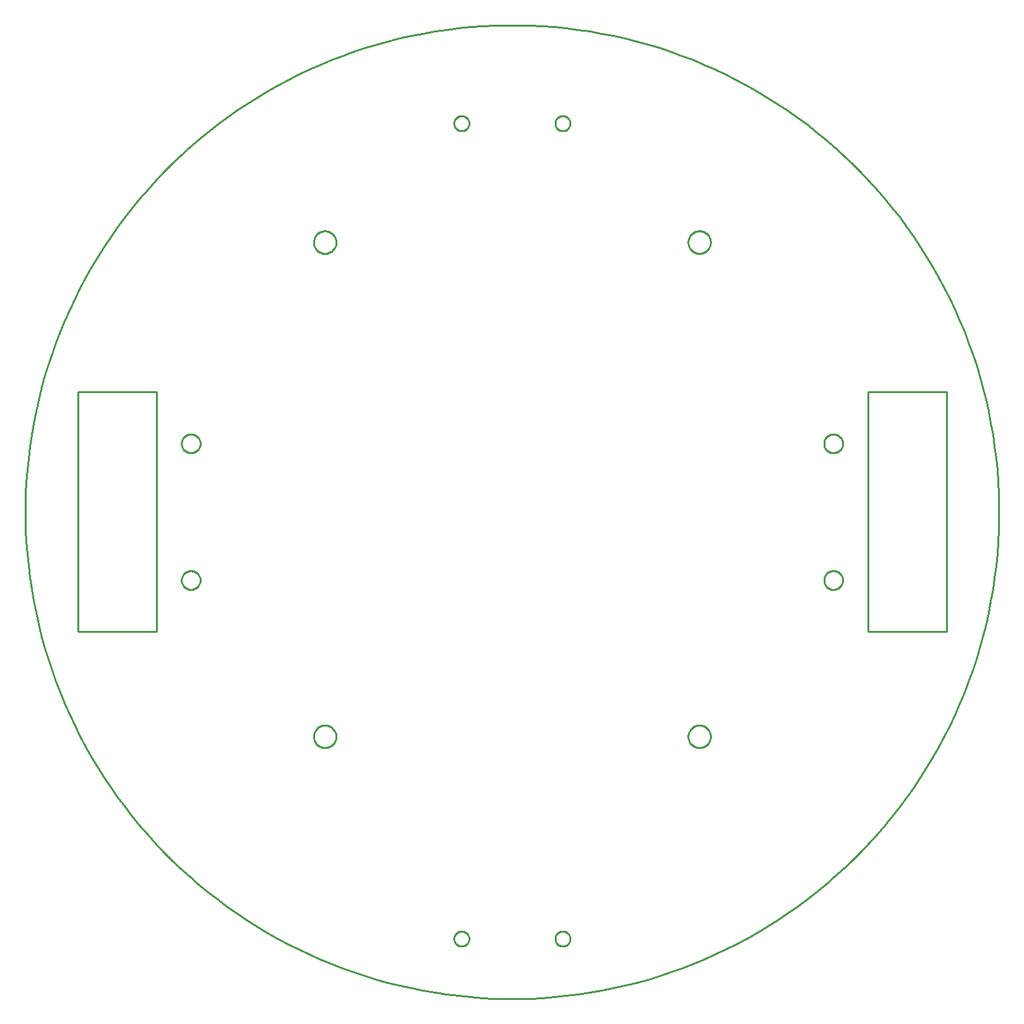
<source format=gbr>
G04 EAGLE Gerber RS-274X export*
G75*
%MOMM*%
%FSLAX34Y34*%
%LPD*%
%IN*%
%IPPOS*%
%AMOC8*
5,1,8,0,0,1.08239X$1,22.5*%
G01*
%ADD10C,0.254000*%


D10*
X650000Y-7977D02*
X650000Y7977D01*
X649608Y23927D01*
X648826Y39861D01*
X647652Y55772D01*
X646088Y71650D01*
X644135Y87484D01*
X641794Y103266D01*
X639067Y118985D01*
X635954Y134633D01*
X632459Y150199D01*
X628582Y165675D01*
X624327Y181051D01*
X619696Y196319D01*
X614691Y211468D01*
X609316Y226489D01*
X603574Y241374D01*
X597469Y256114D01*
X591004Y270700D01*
X584182Y285122D01*
X577009Y299373D01*
X569488Y313443D01*
X561625Y327325D01*
X553423Y341009D01*
X544887Y354488D01*
X536023Y367753D01*
X526837Y380797D01*
X517333Y393612D01*
X507517Y406189D01*
X497396Y418522D01*
X486975Y430603D01*
X476261Y442424D01*
X465260Y453979D01*
X453979Y465260D01*
X442424Y476261D01*
X430603Y486975D01*
X418522Y497396D01*
X406189Y507517D01*
X393612Y517333D01*
X380797Y526837D01*
X367753Y536023D01*
X354488Y544887D01*
X341009Y553423D01*
X327325Y561625D01*
X313443Y569488D01*
X299373Y577009D01*
X285122Y584182D01*
X270700Y591004D01*
X256114Y597469D01*
X241374Y603574D01*
X226489Y609316D01*
X211468Y614691D01*
X196319Y619696D01*
X181051Y624327D01*
X165675Y628582D01*
X150199Y632459D01*
X134633Y635954D01*
X118985Y639067D01*
X103266Y641794D01*
X87484Y644135D01*
X71650Y646088D01*
X55772Y647652D01*
X39861Y648826D01*
X23927Y649608D01*
X7977Y650000D01*
X-7977Y650000D01*
X-23927Y649608D01*
X-39861Y648826D01*
X-55772Y647652D01*
X-71650Y646088D01*
X-87484Y644135D01*
X-103266Y641794D01*
X-118985Y639067D01*
X-134633Y635954D01*
X-150199Y632459D01*
X-165675Y628582D01*
X-181051Y624327D01*
X-196319Y619696D01*
X-211468Y614691D01*
X-226489Y609316D01*
X-241374Y603574D01*
X-256114Y597469D01*
X-270700Y591004D01*
X-285122Y584182D01*
X-299373Y577009D01*
X-313443Y569488D01*
X-327325Y561625D01*
X-341009Y553423D01*
X-354488Y544887D01*
X-367753Y536023D01*
X-380797Y526837D01*
X-393612Y517333D01*
X-406189Y507517D01*
X-418522Y497396D01*
X-430603Y486975D01*
X-442424Y476261D01*
X-453979Y465260D01*
X-465260Y453979D01*
X-476261Y442424D01*
X-486975Y430603D01*
X-497396Y418522D01*
X-507517Y406189D01*
X-517333Y393612D01*
X-526837Y380797D01*
X-536023Y367753D01*
X-544887Y354488D01*
X-553423Y341009D01*
X-561625Y327325D01*
X-569488Y313443D01*
X-577009Y299373D01*
X-584182Y285122D01*
X-591004Y270700D01*
X-597469Y256114D01*
X-603574Y241374D01*
X-609316Y226489D01*
X-614691Y211468D01*
X-619696Y196319D01*
X-624327Y181051D01*
X-628582Y165675D01*
X-632459Y150199D01*
X-635954Y134633D01*
X-639067Y118985D01*
X-641794Y103266D01*
X-644135Y87484D01*
X-646088Y71650D01*
X-647652Y55772D01*
X-648826Y39861D01*
X-649608Y23927D01*
X-650000Y7977D01*
X-650000Y-7977D01*
X-649608Y-23927D01*
X-648826Y-39861D01*
X-647652Y-55772D01*
X-646088Y-71650D01*
X-644135Y-87484D01*
X-641794Y-103266D01*
X-639067Y-118985D01*
X-635954Y-134633D01*
X-632459Y-150199D01*
X-628582Y-165675D01*
X-624327Y-181051D01*
X-619696Y-196319D01*
X-614691Y-211468D01*
X-609316Y-226489D01*
X-603574Y-241374D01*
X-597469Y-256114D01*
X-591004Y-270700D01*
X-584182Y-285122D01*
X-577009Y-299373D01*
X-569488Y-313443D01*
X-561625Y-327325D01*
X-553423Y-341009D01*
X-544887Y-354488D01*
X-536023Y-367753D01*
X-526837Y-380797D01*
X-517333Y-393612D01*
X-507517Y-406189D01*
X-497396Y-418522D01*
X-486975Y-430603D01*
X-476261Y-442424D01*
X-465260Y-453979D01*
X-453979Y-465260D01*
X-442424Y-476261D01*
X-430603Y-486975D01*
X-418522Y-497396D01*
X-406189Y-507517D01*
X-393612Y-517333D01*
X-380797Y-526837D01*
X-367753Y-536023D01*
X-354488Y-544887D01*
X-341009Y-553423D01*
X-327325Y-561625D01*
X-313443Y-569488D01*
X-299373Y-577009D01*
X-285122Y-584182D01*
X-270700Y-591004D01*
X-256114Y-597469D01*
X-241374Y-603574D01*
X-226489Y-609316D01*
X-211468Y-614691D01*
X-196319Y-619696D01*
X-181051Y-624327D01*
X-165675Y-628582D01*
X-150199Y-632459D01*
X-134633Y-635954D01*
X-118985Y-639067D01*
X-103266Y-641794D01*
X-87484Y-644135D01*
X-71650Y-646088D01*
X-55772Y-647652D01*
X-39861Y-648826D01*
X-23927Y-649608D01*
X-7977Y-650000D01*
X7977Y-650000D01*
X23927Y-649608D01*
X39861Y-648826D01*
X55772Y-647652D01*
X71650Y-646088D01*
X87484Y-644135D01*
X103266Y-641794D01*
X118985Y-639067D01*
X134633Y-635954D01*
X150199Y-632459D01*
X165675Y-628582D01*
X181051Y-624327D01*
X196319Y-619696D01*
X211468Y-614691D01*
X226489Y-609316D01*
X241374Y-603574D01*
X256114Y-597469D01*
X270700Y-591004D01*
X285122Y-584182D01*
X299373Y-577009D01*
X313443Y-569488D01*
X327325Y-561625D01*
X341009Y-553423D01*
X354488Y-544887D01*
X367753Y-536023D01*
X380797Y-526837D01*
X393612Y-517333D01*
X406189Y-507517D01*
X418522Y-497396D01*
X430603Y-486975D01*
X442424Y-476261D01*
X453979Y-465260D01*
X465260Y-453979D01*
X476261Y-442424D01*
X486975Y-430603D01*
X497396Y-418522D01*
X507517Y-406189D01*
X517333Y-393612D01*
X526837Y-380797D01*
X536023Y-367753D01*
X544887Y-354488D01*
X553423Y-341009D01*
X561625Y-327325D01*
X569488Y-313443D01*
X577009Y-299373D01*
X584182Y-285122D01*
X591004Y-270700D01*
X597469Y-256114D01*
X603574Y-241374D01*
X609316Y-226489D01*
X614691Y-211468D01*
X619696Y-196319D01*
X624327Y-181051D01*
X628582Y-165675D01*
X632459Y-150199D01*
X635954Y-134633D01*
X639067Y-118985D01*
X641794Y-103266D01*
X644135Y-87484D01*
X646088Y-71650D01*
X647652Y-55772D01*
X648826Y-39861D01*
X649608Y-23927D01*
X650000Y-7977D01*
X474980Y-160000D02*
X580000Y-160000D01*
X580000Y160000D01*
X474980Y160000D01*
X474980Y-160000D01*
X-580000Y-160000D02*
X-474980Y-160000D01*
X-474980Y160000D01*
X-580000Y160000D01*
X-580000Y-160000D01*
X-57500Y-570437D02*
X-57576Y-571307D01*
X-57728Y-572166D01*
X-57954Y-573010D01*
X-58252Y-573830D01*
X-58621Y-574622D01*
X-59058Y-575378D01*
X-59559Y-576093D01*
X-60120Y-576762D01*
X-60738Y-577380D01*
X-61407Y-577941D01*
X-62122Y-578442D01*
X-62878Y-578879D01*
X-63670Y-579248D01*
X-64490Y-579546D01*
X-65334Y-579772D01*
X-66194Y-579924D01*
X-67063Y-580000D01*
X-67937Y-580000D01*
X-68807Y-579924D01*
X-69666Y-579772D01*
X-70510Y-579546D01*
X-71330Y-579248D01*
X-72122Y-578879D01*
X-72878Y-578442D01*
X-73593Y-577941D01*
X-74262Y-577380D01*
X-74880Y-576762D01*
X-75441Y-576093D01*
X-75942Y-575378D01*
X-76379Y-574622D01*
X-76748Y-573830D01*
X-77046Y-573010D01*
X-77272Y-572166D01*
X-77424Y-571307D01*
X-77500Y-570437D01*
X-77500Y-569563D01*
X-77424Y-568694D01*
X-77272Y-567834D01*
X-77046Y-566990D01*
X-76748Y-566170D01*
X-76379Y-565378D01*
X-75942Y-564622D01*
X-75441Y-563907D01*
X-74880Y-563238D01*
X-74262Y-562620D01*
X-73593Y-562059D01*
X-72878Y-561558D01*
X-72122Y-561121D01*
X-71330Y-560752D01*
X-70510Y-560454D01*
X-69666Y-560228D01*
X-68807Y-560076D01*
X-67937Y-560000D01*
X-67063Y-560000D01*
X-66194Y-560076D01*
X-65334Y-560228D01*
X-64490Y-560454D01*
X-63670Y-560752D01*
X-62878Y-561121D01*
X-62122Y-561558D01*
X-61407Y-562059D01*
X-60738Y-562620D01*
X-60120Y-563238D01*
X-59559Y-563907D01*
X-59058Y-564622D01*
X-58621Y-565378D01*
X-58252Y-566170D01*
X-57954Y-566990D01*
X-57728Y-567834D01*
X-57576Y-568694D01*
X-57500Y-569563D01*
X-57500Y-570437D01*
X77500Y-570437D02*
X77424Y-571307D01*
X77272Y-572166D01*
X77046Y-573010D01*
X76748Y-573830D01*
X76379Y-574622D01*
X75942Y-575378D01*
X75441Y-576093D01*
X74880Y-576762D01*
X74262Y-577380D01*
X73593Y-577941D01*
X72878Y-578442D01*
X72122Y-578879D01*
X71330Y-579248D01*
X70510Y-579546D01*
X69666Y-579772D01*
X68807Y-579924D01*
X67937Y-580000D01*
X67063Y-580000D01*
X66194Y-579924D01*
X65334Y-579772D01*
X64490Y-579546D01*
X63670Y-579248D01*
X62878Y-578879D01*
X62122Y-578442D01*
X61407Y-577941D01*
X60738Y-577380D01*
X60120Y-576762D01*
X59559Y-576093D01*
X59058Y-575378D01*
X58621Y-574622D01*
X58252Y-573830D01*
X57954Y-573010D01*
X57728Y-572166D01*
X57576Y-571307D01*
X57500Y-570437D01*
X57500Y-569563D01*
X57576Y-568694D01*
X57728Y-567834D01*
X57954Y-566990D01*
X58252Y-566170D01*
X58621Y-565378D01*
X59058Y-564622D01*
X59559Y-563907D01*
X60120Y-563238D01*
X60738Y-562620D01*
X61407Y-562059D01*
X62122Y-561558D01*
X62878Y-561121D01*
X63670Y-560752D01*
X64490Y-560454D01*
X65334Y-560228D01*
X66194Y-560076D01*
X67063Y-560000D01*
X67937Y-560000D01*
X68807Y-560076D01*
X69666Y-560228D01*
X70510Y-560454D01*
X71330Y-560752D01*
X72122Y-561121D01*
X72878Y-561558D01*
X73593Y-562059D01*
X74262Y-562620D01*
X74880Y-563238D01*
X75441Y-563907D01*
X75942Y-564622D01*
X76379Y-565378D01*
X76748Y-566170D01*
X77046Y-566990D01*
X77272Y-567834D01*
X77424Y-568694D01*
X77500Y-569563D01*
X77500Y-570437D01*
X-57500Y518263D02*
X-57576Y517394D01*
X-57728Y516534D01*
X-57954Y515690D01*
X-58252Y514870D01*
X-58621Y514078D01*
X-59058Y513322D01*
X-59559Y512607D01*
X-60120Y511938D01*
X-60738Y511320D01*
X-61407Y510759D01*
X-62122Y510258D01*
X-62878Y509821D01*
X-63670Y509452D01*
X-64490Y509154D01*
X-65334Y508928D01*
X-66194Y508776D01*
X-67063Y508700D01*
X-67937Y508700D01*
X-68807Y508776D01*
X-69666Y508928D01*
X-70510Y509154D01*
X-71330Y509452D01*
X-72122Y509821D01*
X-72878Y510258D01*
X-73593Y510759D01*
X-74262Y511320D01*
X-74880Y511938D01*
X-75441Y512607D01*
X-75942Y513322D01*
X-76379Y514078D01*
X-76748Y514870D01*
X-77046Y515690D01*
X-77272Y516534D01*
X-77424Y517394D01*
X-77500Y518263D01*
X-77500Y519137D01*
X-77424Y520007D01*
X-77272Y520866D01*
X-77046Y521710D01*
X-76748Y522530D01*
X-76379Y523322D01*
X-75942Y524078D01*
X-75441Y524793D01*
X-74880Y525462D01*
X-74262Y526080D01*
X-73593Y526641D01*
X-72878Y527142D01*
X-72122Y527579D01*
X-71330Y527948D01*
X-70510Y528246D01*
X-69666Y528472D01*
X-68807Y528624D01*
X-67937Y528700D01*
X-67063Y528700D01*
X-66194Y528624D01*
X-65334Y528472D01*
X-64490Y528246D01*
X-63670Y527948D01*
X-62878Y527579D01*
X-62122Y527142D01*
X-61407Y526641D01*
X-60738Y526080D01*
X-60120Y525462D01*
X-59559Y524793D01*
X-59058Y524078D01*
X-58621Y523322D01*
X-58252Y522530D01*
X-57954Y521710D01*
X-57728Y520866D01*
X-57576Y520007D01*
X-57500Y519137D01*
X-57500Y518263D01*
X77500Y518263D02*
X77424Y517394D01*
X77272Y516534D01*
X77046Y515690D01*
X76748Y514870D01*
X76379Y514078D01*
X75942Y513322D01*
X75441Y512607D01*
X74880Y511938D01*
X74262Y511320D01*
X73593Y510759D01*
X72878Y510258D01*
X72122Y509821D01*
X71330Y509452D01*
X70510Y509154D01*
X69666Y508928D01*
X68807Y508776D01*
X67937Y508700D01*
X67063Y508700D01*
X66194Y508776D01*
X65334Y508928D01*
X64490Y509154D01*
X63670Y509452D01*
X62878Y509821D01*
X62122Y510258D01*
X61407Y510759D01*
X60738Y511320D01*
X60120Y511938D01*
X59559Y512607D01*
X59058Y513322D01*
X58621Y514078D01*
X58252Y514870D01*
X57954Y515690D01*
X57728Y516534D01*
X57576Y517394D01*
X57500Y518263D01*
X57500Y519137D01*
X57576Y520007D01*
X57728Y520866D01*
X57954Y521710D01*
X58252Y522530D01*
X58621Y523322D01*
X59058Y524078D01*
X59559Y524793D01*
X60120Y525462D01*
X60738Y526080D01*
X61407Y526641D01*
X62122Y527142D01*
X62878Y527579D01*
X63670Y527948D01*
X64490Y528246D01*
X65334Y528472D01*
X66194Y528624D01*
X67063Y528700D01*
X67937Y528700D01*
X68807Y528624D01*
X69666Y528472D01*
X70510Y528246D01*
X71330Y527948D01*
X72122Y527579D01*
X72878Y527142D01*
X73593Y526641D01*
X74262Y526080D01*
X74880Y525462D01*
X75441Y524793D01*
X75942Y524078D01*
X76379Y523322D01*
X76748Y522530D01*
X77046Y521710D01*
X77272Y520866D01*
X77424Y520007D01*
X77500Y519137D01*
X77500Y518263D01*
X-416460Y90749D02*
X-416537Y89770D01*
X-416691Y88800D01*
X-416920Y87844D01*
X-417224Y86910D01*
X-417599Y86003D01*
X-418045Y85128D01*
X-418559Y84290D01*
X-419136Y83495D01*
X-419774Y82748D01*
X-420468Y82054D01*
X-421215Y81416D01*
X-422010Y80839D01*
X-422848Y80325D01*
X-423723Y79879D01*
X-424630Y79504D01*
X-425564Y79200D01*
X-426520Y78971D01*
X-427490Y78817D01*
X-428469Y78740D01*
X-429451Y78740D01*
X-430430Y78817D01*
X-431401Y78971D01*
X-432356Y79200D01*
X-433290Y79504D01*
X-434197Y79879D01*
X-435072Y80325D01*
X-435910Y80839D01*
X-436705Y81416D01*
X-437452Y82054D01*
X-438146Y82748D01*
X-438784Y83495D01*
X-439361Y84290D01*
X-439875Y85128D01*
X-440321Y86003D01*
X-440696Y86910D01*
X-441000Y87844D01*
X-441229Y88800D01*
X-441383Y89770D01*
X-441460Y90749D01*
X-441460Y91731D01*
X-441383Y92710D01*
X-441229Y93681D01*
X-441000Y94636D01*
X-440696Y95570D01*
X-440321Y96477D01*
X-439875Y97352D01*
X-439361Y98190D01*
X-438784Y98985D01*
X-438146Y99732D01*
X-437452Y100426D01*
X-436705Y101064D01*
X-435910Y101641D01*
X-435072Y102155D01*
X-434197Y102601D01*
X-433290Y102976D01*
X-432356Y103280D01*
X-431401Y103509D01*
X-430430Y103663D01*
X-429451Y103740D01*
X-428469Y103740D01*
X-427490Y103663D01*
X-426520Y103509D01*
X-425564Y103280D01*
X-424630Y102976D01*
X-423723Y102601D01*
X-422848Y102155D01*
X-422010Y101641D01*
X-421215Y101064D01*
X-420468Y100426D01*
X-419774Y99732D01*
X-419136Y98985D01*
X-418559Y98190D01*
X-418045Y97352D01*
X-417599Y96477D01*
X-417224Y95570D01*
X-416920Y94636D01*
X-416691Y93681D01*
X-416537Y92710D01*
X-416460Y91731D01*
X-416460Y90749D01*
X-416460Y-91731D02*
X-416537Y-92710D01*
X-416691Y-93681D01*
X-416920Y-94636D01*
X-417224Y-95570D01*
X-417599Y-96477D01*
X-418045Y-97352D01*
X-418559Y-98190D01*
X-419136Y-98985D01*
X-419774Y-99732D01*
X-420468Y-100426D01*
X-421215Y-101064D01*
X-422010Y-101641D01*
X-422848Y-102155D01*
X-423723Y-102601D01*
X-424630Y-102976D01*
X-425564Y-103280D01*
X-426520Y-103509D01*
X-427490Y-103663D01*
X-428469Y-103740D01*
X-429451Y-103740D01*
X-430430Y-103663D01*
X-431401Y-103509D01*
X-432356Y-103280D01*
X-433290Y-102976D01*
X-434197Y-102601D01*
X-435072Y-102155D01*
X-435910Y-101641D01*
X-436705Y-101064D01*
X-437452Y-100426D01*
X-438146Y-99732D01*
X-438784Y-98985D01*
X-439361Y-98190D01*
X-439875Y-97352D01*
X-440321Y-96477D01*
X-440696Y-95570D01*
X-441000Y-94636D01*
X-441229Y-93681D01*
X-441383Y-92710D01*
X-441460Y-91731D01*
X-441460Y-90749D01*
X-441383Y-89770D01*
X-441229Y-88800D01*
X-441000Y-87844D01*
X-440696Y-86910D01*
X-440321Y-86003D01*
X-439875Y-85128D01*
X-439361Y-84290D01*
X-438784Y-83495D01*
X-438146Y-82748D01*
X-437452Y-82054D01*
X-436705Y-81416D01*
X-435910Y-80839D01*
X-435072Y-80325D01*
X-434197Y-79879D01*
X-433290Y-79504D01*
X-432356Y-79200D01*
X-431401Y-78971D01*
X-430430Y-78817D01*
X-429451Y-78740D01*
X-428469Y-78740D01*
X-427490Y-78817D01*
X-426520Y-78971D01*
X-425564Y-79200D01*
X-424630Y-79504D01*
X-423723Y-79879D01*
X-422848Y-80325D01*
X-422010Y-80839D01*
X-421215Y-81416D01*
X-420468Y-82054D01*
X-419774Y-82748D01*
X-419136Y-83495D01*
X-418559Y-84290D01*
X-418045Y-85128D01*
X-417599Y-86003D01*
X-417224Y-86910D01*
X-416920Y-87844D01*
X-416691Y-88800D01*
X-416537Y-89770D01*
X-416460Y-90749D01*
X-416460Y-91731D01*
X441460Y90749D02*
X441383Y89770D01*
X441229Y88800D01*
X441000Y87844D01*
X440696Y86910D01*
X440321Y86003D01*
X439875Y85128D01*
X439361Y84290D01*
X438784Y83495D01*
X438146Y82748D01*
X437452Y82054D01*
X436705Y81416D01*
X435910Y80839D01*
X435072Y80325D01*
X434197Y79879D01*
X433290Y79504D01*
X432356Y79200D01*
X431401Y78971D01*
X430430Y78817D01*
X429451Y78740D01*
X428469Y78740D01*
X427490Y78817D01*
X426520Y78971D01*
X425564Y79200D01*
X424630Y79504D01*
X423723Y79879D01*
X422848Y80325D01*
X422010Y80839D01*
X421215Y81416D01*
X420468Y82054D01*
X419774Y82748D01*
X419136Y83495D01*
X418559Y84290D01*
X418045Y85128D01*
X417599Y86003D01*
X417224Y86910D01*
X416920Y87844D01*
X416691Y88800D01*
X416537Y89770D01*
X416460Y90749D01*
X416460Y91731D01*
X416537Y92710D01*
X416691Y93681D01*
X416920Y94636D01*
X417224Y95570D01*
X417599Y96477D01*
X418045Y97352D01*
X418559Y98190D01*
X419136Y98985D01*
X419774Y99732D01*
X420468Y100426D01*
X421215Y101064D01*
X422010Y101641D01*
X422848Y102155D01*
X423723Y102601D01*
X424630Y102976D01*
X425564Y103280D01*
X426520Y103509D01*
X427490Y103663D01*
X428469Y103740D01*
X429451Y103740D01*
X430430Y103663D01*
X431401Y103509D01*
X432356Y103280D01*
X433290Y102976D01*
X434197Y102601D01*
X435072Y102155D01*
X435910Y101641D01*
X436705Y101064D01*
X437452Y100426D01*
X438146Y99732D01*
X438784Y98985D01*
X439361Y98190D01*
X439875Y97352D01*
X440321Y96477D01*
X440696Y95570D01*
X441000Y94636D01*
X441229Y93681D01*
X441383Y92710D01*
X441460Y91731D01*
X441460Y90749D01*
X441460Y-91731D02*
X441383Y-92710D01*
X441229Y-93681D01*
X441000Y-94636D01*
X440696Y-95570D01*
X440321Y-96477D01*
X439875Y-97352D01*
X439361Y-98190D01*
X438784Y-98985D01*
X438146Y-99732D01*
X437452Y-100426D01*
X436705Y-101064D01*
X435910Y-101641D01*
X435072Y-102155D01*
X434197Y-102601D01*
X433290Y-102976D01*
X432356Y-103280D01*
X431401Y-103509D01*
X430430Y-103663D01*
X429451Y-103740D01*
X428469Y-103740D01*
X427490Y-103663D01*
X426520Y-103509D01*
X425564Y-103280D01*
X424630Y-102976D01*
X423723Y-102601D01*
X422848Y-102155D01*
X422010Y-101641D01*
X421215Y-101064D01*
X420468Y-100426D01*
X419774Y-99732D01*
X419136Y-98985D01*
X418559Y-98190D01*
X418045Y-97352D01*
X417599Y-96477D01*
X417224Y-95570D01*
X416920Y-94636D01*
X416691Y-93681D01*
X416537Y-92710D01*
X416460Y-91731D01*
X416460Y-90749D01*
X416537Y-89770D01*
X416691Y-88800D01*
X416920Y-87844D01*
X417224Y-86910D01*
X417599Y-86003D01*
X418045Y-85128D01*
X418559Y-84290D01*
X419136Y-83495D01*
X419774Y-82748D01*
X420468Y-82054D01*
X421215Y-81416D01*
X422010Y-80839D01*
X422848Y-80325D01*
X423723Y-79879D01*
X424630Y-79504D01*
X425564Y-79200D01*
X426520Y-78971D01*
X427490Y-78817D01*
X428469Y-78740D01*
X429451Y-78740D01*
X430430Y-78817D01*
X431401Y-78971D01*
X432356Y-79200D01*
X433290Y-79504D01*
X434197Y-79879D01*
X435072Y-80325D01*
X435910Y-80839D01*
X436705Y-81416D01*
X437452Y-82054D01*
X438146Y-82748D01*
X438784Y-83495D01*
X439361Y-84290D01*
X439875Y-85128D01*
X440321Y-86003D01*
X440696Y-86910D01*
X441000Y-87844D01*
X441229Y-88800D01*
X441383Y-89770D01*
X441460Y-90749D01*
X441460Y-91731D01*
X-235000Y359464D02*
X-235076Y358396D01*
X-235229Y357335D01*
X-235457Y356288D01*
X-235759Y355260D01*
X-236133Y354256D01*
X-236578Y353281D01*
X-237092Y352341D01*
X-237671Y351440D01*
X-238313Y350582D01*
X-239015Y349772D01*
X-239772Y349015D01*
X-240582Y348313D01*
X-241440Y347671D01*
X-242341Y347092D01*
X-243281Y346578D01*
X-244256Y346133D01*
X-245260Y345759D01*
X-246288Y345457D01*
X-247335Y345229D01*
X-248396Y345076D01*
X-249464Y345000D01*
X-250536Y345000D01*
X-251604Y345076D01*
X-252665Y345229D01*
X-253712Y345457D01*
X-254740Y345759D01*
X-255744Y346133D01*
X-256719Y346578D01*
X-257659Y347092D01*
X-258560Y347671D01*
X-259418Y348313D01*
X-260228Y349015D01*
X-260985Y349772D01*
X-261687Y350582D01*
X-262329Y351440D01*
X-262908Y352341D01*
X-263422Y353281D01*
X-263867Y354256D01*
X-264241Y355260D01*
X-264543Y356288D01*
X-264771Y357335D01*
X-264924Y358396D01*
X-265000Y359464D01*
X-265000Y360536D01*
X-264924Y361604D01*
X-264771Y362665D01*
X-264543Y363712D01*
X-264241Y364740D01*
X-263867Y365744D01*
X-263422Y366719D01*
X-262908Y367659D01*
X-262329Y368560D01*
X-261687Y369418D01*
X-260985Y370228D01*
X-260228Y370985D01*
X-259418Y371687D01*
X-258560Y372329D01*
X-257659Y372908D01*
X-256719Y373422D01*
X-255744Y373867D01*
X-254740Y374241D01*
X-253712Y374543D01*
X-252665Y374771D01*
X-251604Y374924D01*
X-250536Y375000D01*
X-249464Y375000D01*
X-248396Y374924D01*
X-247335Y374771D01*
X-246288Y374543D01*
X-245260Y374241D01*
X-244256Y373867D01*
X-243281Y373422D01*
X-242341Y372908D01*
X-241440Y372329D01*
X-240582Y371687D01*
X-239772Y370985D01*
X-239015Y370228D01*
X-238313Y369418D01*
X-237671Y368560D01*
X-237092Y367659D01*
X-236578Y366719D01*
X-236133Y365744D01*
X-235759Y364740D01*
X-235457Y363712D01*
X-235229Y362665D01*
X-235076Y361604D01*
X-235000Y360536D01*
X-235000Y359464D01*
X265000Y359464D02*
X264924Y358396D01*
X264771Y357335D01*
X264543Y356288D01*
X264241Y355260D01*
X263867Y354256D01*
X263422Y353281D01*
X262908Y352341D01*
X262329Y351440D01*
X261687Y350582D01*
X260985Y349772D01*
X260228Y349015D01*
X259418Y348313D01*
X258560Y347671D01*
X257659Y347092D01*
X256719Y346578D01*
X255744Y346133D01*
X254740Y345759D01*
X253712Y345457D01*
X252665Y345229D01*
X251604Y345076D01*
X250536Y345000D01*
X249464Y345000D01*
X248396Y345076D01*
X247335Y345229D01*
X246288Y345457D01*
X245260Y345759D01*
X244256Y346133D01*
X243281Y346578D01*
X242341Y347092D01*
X241440Y347671D01*
X240582Y348313D01*
X239772Y349015D01*
X239015Y349772D01*
X238313Y350582D01*
X237671Y351440D01*
X237092Y352341D01*
X236578Y353281D01*
X236133Y354256D01*
X235759Y355260D01*
X235457Y356288D01*
X235229Y357335D01*
X235076Y358396D01*
X235000Y359464D01*
X235000Y360536D01*
X235076Y361604D01*
X235229Y362665D01*
X235457Y363712D01*
X235759Y364740D01*
X236133Y365744D01*
X236578Y366719D01*
X237092Y367659D01*
X237671Y368560D01*
X238313Y369418D01*
X239015Y370228D01*
X239772Y370985D01*
X240582Y371687D01*
X241440Y372329D01*
X242341Y372908D01*
X243281Y373422D01*
X244256Y373867D01*
X245260Y374241D01*
X246288Y374543D01*
X247335Y374771D01*
X248396Y374924D01*
X249464Y375000D01*
X250536Y375000D01*
X251604Y374924D01*
X252665Y374771D01*
X253712Y374543D01*
X254740Y374241D01*
X255744Y373867D01*
X256719Y373422D01*
X257659Y372908D01*
X258560Y372329D01*
X259418Y371687D01*
X260228Y370985D01*
X260985Y370228D01*
X261687Y369418D01*
X262329Y368560D01*
X262908Y367659D01*
X263422Y366719D01*
X263867Y365744D01*
X264241Y364740D01*
X264543Y363712D01*
X264771Y362665D01*
X264924Y361604D01*
X265000Y360536D01*
X265000Y359464D01*
X265000Y-300536D02*
X264924Y-301604D01*
X264771Y-302665D01*
X264543Y-303712D01*
X264241Y-304740D01*
X263867Y-305744D01*
X263422Y-306719D01*
X262908Y-307659D01*
X262329Y-308560D01*
X261687Y-309418D01*
X260985Y-310228D01*
X260228Y-310985D01*
X259418Y-311687D01*
X258560Y-312329D01*
X257659Y-312908D01*
X256719Y-313422D01*
X255744Y-313867D01*
X254740Y-314241D01*
X253712Y-314543D01*
X252665Y-314771D01*
X251604Y-314924D01*
X250536Y-315000D01*
X249464Y-315000D01*
X248396Y-314924D01*
X247335Y-314771D01*
X246288Y-314543D01*
X245260Y-314241D01*
X244256Y-313867D01*
X243281Y-313422D01*
X242341Y-312908D01*
X241440Y-312329D01*
X240582Y-311687D01*
X239772Y-310985D01*
X239015Y-310228D01*
X238313Y-309418D01*
X237671Y-308560D01*
X237092Y-307659D01*
X236578Y-306719D01*
X236133Y-305744D01*
X235759Y-304740D01*
X235457Y-303712D01*
X235229Y-302665D01*
X235076Y-301604D01*
X235000Y-300536D01*
X235000Y-299464D01*
X235076Y-298396D01*
X235229Y-297335D01*
X235457Y-296288D01*
X235759Y-295260D01*
X236133Y-294256D01*
X236578Y-293281D01*
X237092Y-292341D01*
X237671Y-291440D01*
X238313Y-290582D01*
X239015Y-289772D01*
X239772Y-289015D01*
X240582Y-288313D01*
X241440Y-287671D01*
X242341Y-287092D01*
X243281Y-286578D01*
X244256Y-286133D01*
X245260Y-285759D01*
X246288Y-285457D01*
X247335Y-285229D01*
X248396Y-285076D01*
X249464Y-285000D01*
X250536Y-285000D01*
X251604Y-285076D01*
X252665Y-285229D01*
X253712Y-285457D01*
X254740Y-285759D01*
X255744Y-286133D01*
X256719Y-286578D01*
X257659Y-287092D01*
X258560Y-287671D01*
X259418Y-288313D01*
X260228Y-289015D01*
X260985Y-289772D01*
X261687Y-290582D01*
X262329Y-291440D01*
X262908Y-292341D01*
X263422Y-293281D01*
X263867Y-294256D01*
X264241Y-295260D01*
X264543Y-296288D01*
X264771Y-297335D01*
X264924Y-298396D01*
X265000Y-299464D01*
X265000Y-300536D01*
X-235000Y-300536D02*
X-235076Y-301604D01*
X-235229Y-302665D01*
X-235457Y-303712D01*
X-235759Y-304740D01*
X-236133Y-305744D01*
X-236578Y-306719D01*
X-237092Y-307659D01*
X-237671Y-308560D01*
X-238313Y-309418D01*
X-239015Y-310228D01*
X-239772Y-310985D01*
X-240582Y-311687D01*
X-241440Y-312329D01*
X-242341Y-312908D01*
X-243281Y-313422D01*
X-244256Y-313867D01*
X-245260Y-314241D01*
X-246288Y-314543D01*
X-247335Y-314771D01*
X-248396Y-314924D01*
X-249464Y-315000D01*
X-250536Y-315000D01*
X-251604Y-314924D01*
X-252665Y-314771D01*
X-253712Y-314543D01*
X-254740Y-314241D01*
X-255744Y-313867D01*
X-256719Y-313422D01*
X-257659Y-312908D01*
X-258560Y-312329D01*
X-259418Y-311687D01*
X-260228Y-310985D01*
X-260985Y-310228D01*
X-261687Y-309418D01*
X-262329Y-308560D01*
X-262908Y-307659D01*
X-263422Y-306719D01*
X-263867Y-305744D01*
X-264241Y-304740D01*
X-264543Y-303712D01*
X-264771Y-302665D01*
X-264924Y-301604D01*
X-265000Y-300536D01*
X-265000Y-299464D01*
X-264924Y-298396D01*
X-264771Y-297335D01*
X-264543Y-296288D01*
X-264241Y-295260D01*
X-263867Y-294256D01*
X-263422Y-293281D01*
X-262908Y-292341D01*
X-262329Y-291440D01*
X-261687Y-290582D01*
X-260985Y-289772D01*
X-260228Y-289015D01*
X-259418Y-288313D01*
X-258560Y-287671D01*
X-257659Y-287092D01*
X-256719Y-286578D01*
X-255744Y-286133D01*
X-254740Y-285759D01*
X-253712Y-285457D01*
X-252665Y-285229D01*
X-251604Y-285076D01*
X-250536Y-285000D01*
X-249464Y-285000D01*
X-248396Y-285076D01*
X-247335Y-285229D01*
X-246288Y-285457D01*
X-245260Y-285759D01*
X-244256Y-286133D01*
X-243281Y-286578D01*
X-242341Y-287092D01*
X-241440Y-287671D01*
X-240582Y-288313D01*
X-239772Y-289015D01*
X-239015Y-289772D01*
X-238313Y-290582D01*
X-237671Y-291440D01*
X-237092Y-292341D01*
X-236578Y-293281D01*
X-236133Y-294256D01*
X-235759Y-295260D01*
X-235457Y-296288D01*
X-235229Y-297335D01*
X-235076Y-298396D01*
X-235000Y-299464D01*
X-235000Y-300536D01*
M02*

</source>
